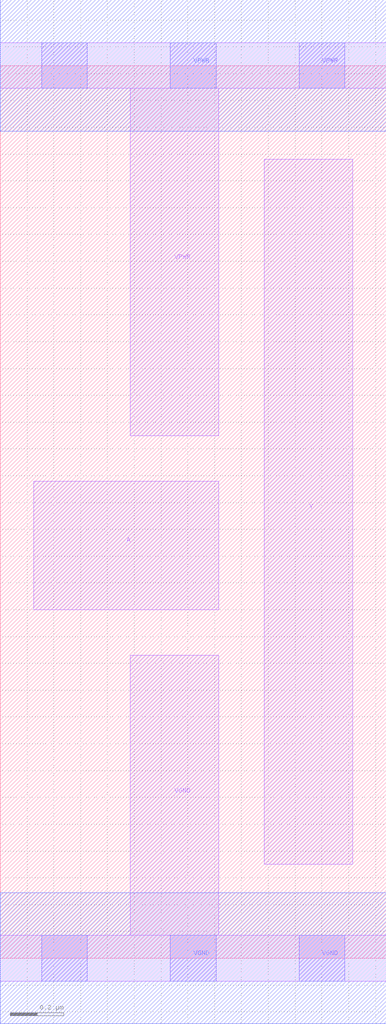
<source format=lef>
# Copyright 2020 The SkyWater PDK Authors
#
# Licensed under the Apache License, Version 2.0 (the "License");
# you may not use this file except in compliance with the License.
# You may obtain a copy of the License at
#
#     https://www.apache.org/licenses/LICENSE-2.0
#
# Unless required by applicable law or agreed to in writing, software
# distributed under the License is distributed on an "AS IS" BASIS,
# WITHOUT WARRANTIES OR CONDITIONS OF ANY KIND, either express or implied.
# See the License for the specific language governing permissions and
# limitations under the License.
#
# SPDX-License-Identifier: Apache-2.0

VERSION 5.7 ;
  NAMESCASESENSITIVE ON ;
  NOWIREEXTENSIONATPIN ON ;
  DIVIDERCHAR "/" ;
  BUSBITCHARS "[]" ;
UNITS
  DATABASE MICRONS 200 ;
END UNITS
MACRO sky130_fd_sc_ms__inv_1
  CLASS CORE ;
  SOURCE USER ;
  FOREIGN sky130_fd_sc_ms__inv_1 ;
  ORIGIN  0.000000  0.000000 ;
  SIZE  1.440000 BY  3.330000 ;
  SYMMETRY X Y ;
  SITE unit ;
  PIN A
    ANTENNAGATEAREA  0.312600 ;
    DIRECTION INPUT ;
    USE SIGNAL ;
    PORT
      LAYER li1 ;
        RECT 0.125000 1.300000 0.815000 1.780000 ;
    END
  END A
  PIN Y
    ANTENNADIFFAREA  0.524500 ;
    DIRECTION OUTPUT ;
    USE SIGNAL ;
    PORT
      LAYER li1 ;
        RECT 0.985000 0.350000 1.315000 2.980000 ;
    END
  END Y
  PIN VGND
    DIRECTION INOUT ;
    USE GROUND ;
    PORT
      LAYER li1 ;
        RECT 0.000000 -0.085000 1.440000 0.085000 ;
        RECT 0.485000  0.085000 0.815000 1.130000 ;
      LAYER mcon ;
        RECT 0.155000 -0.085000 0.325000 0.085000 ;
        RECT 0.635000 -0.085000 0.805000 0.085000 ;
        RECT 1.115000 -0.085000 1.285000 0.085000 ;
      LAYER met1 ;
        RECT 0.000000 -0.245000 1.440000 0.245000 ;
    END
  END VGND
  PIN VPWR
    DIRECTION INOUT ;
    USE POWER ;
    PORT
      LAYER li1 ;
        RECT 0.000000 3.245000 1.440000 3.415000 ;
        RECT 0.485000 1.950000 0.815000 3.245000 ;
      LAYER mcon ;
        RECT 0.155000 3.245000 0.325000 3.415000 ;
        RECT 0.635000 3.245000 0.805000 3.415000 ;
        RECT 1.115000 3.245000 1.285000 3.415000 ;
      LAYER met1 ;
        RECT 0.000000 3.085000 1.440000 3.575000 ;
    END
  END VPWR
END sky130_fd_sc_ms__inv_1

</source>
